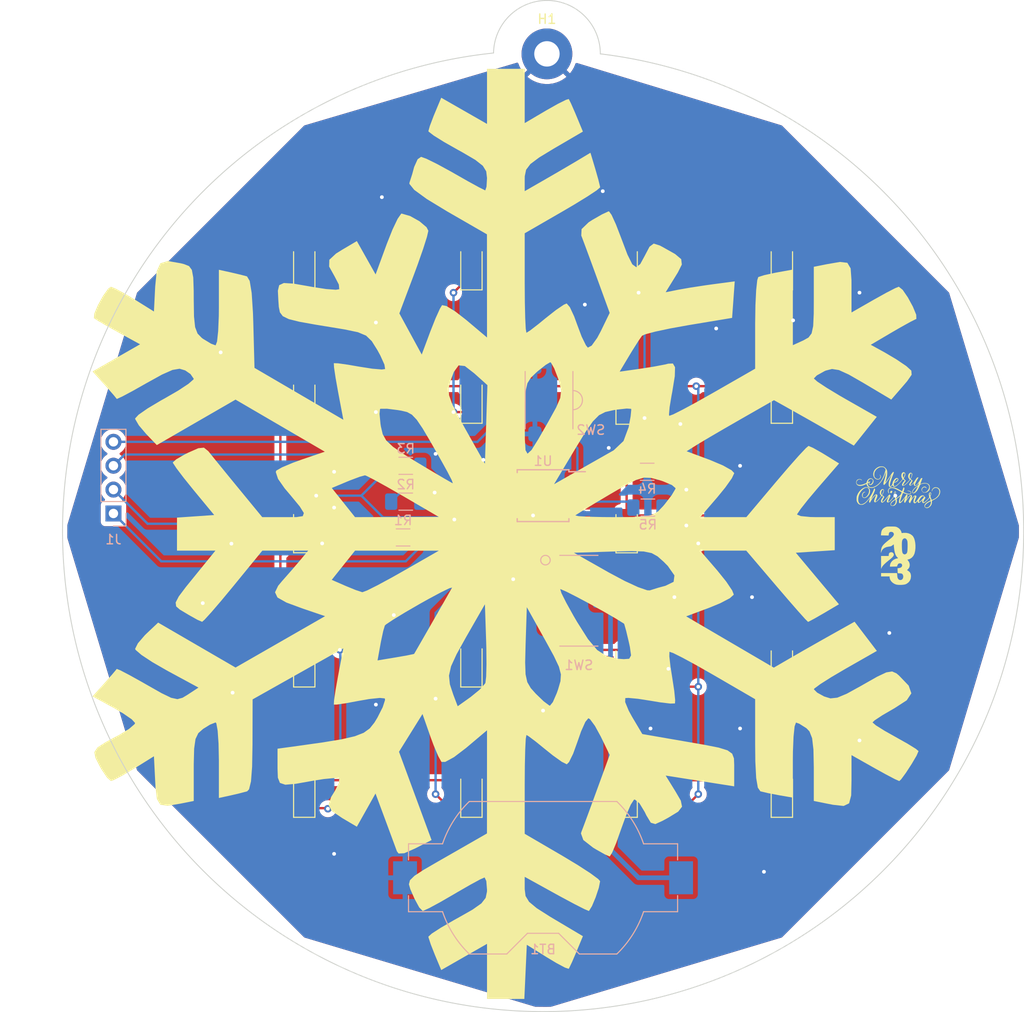
<source format=kicad_pcb>
(kicad_pcb (version 20211014) (generator pcbnew)
  (layers (0 "F.Cu" signal) (31 "B.Cu" signal) (34 "B.Paste" user) (35 "F.Paste" user) (36 "B.SilkS" user "B.Silkscreen") (37 "F.SilkS" user "F.Silkscreen") (38 "B.Mask" user) (39 "F.Mask" user) (44 "Edge.Cuts" user))
  (net 0 "")
  (net 1 "/3.3V")
  (net 2 "GND")
  (net 3 "Net-(D1-Pad1)")
  (net 4 "Net-(D1-Pad2)")
  (net 5 "Net-(D13-Pad2)")
  (net 6 "Net-(D11-Pad1)")
  (net 7 "Net-(D10-Pad2)")
  (net 8 "Net-(J1-Pad4)")
  (net 9 "Net-(J1-Pad3)")
  (net 10 "Net-(J1-Pad2)")
  (net 11 "Net-(J1-Pad1)")
  (net 12 "Net-(R4-Pad1)")
  (net 13 "Net-(R5-Pad1)")
  (net 14 "Net-(SW1-Pad1)")
  (footprint "Diode_SMD:D_1206_3216Metric_Pad1.42x1.75mm_HandSolder" (layer "F.Cu") (at 131.301304 111.76 90)
    (fp_text reference "D1" hide)
    (fp_text value "LED")
    (pad "1" smd roundrect (at -1.4875 0 90) (size 1.425 1.75) (layers "F.Cu" "F.Paste" "F.Mask") (roundrect_rratio 0.1754392982) (net 3 "Net-(D1-Pad1)"))
    (pad "2" smd roundrect (at 1.4875 0 90) (size 1.425 1.75) (layers "F.Cu" "F.Paste" "F.Mask") (roundrect_rratio 0.1754392982) (net 4 "Net-(D1-Pad2)"))
  )
  (footprint "Diode_SMD:D_1206_3216Metric_Pad1.42x1.75mm_HandSolder" (layer "F.Cu") (at 165.591304 111.76 90)
    (fp_text reference "D11" hide)
    (fp_text value "LED")
    (pad "1" smd roundrect (at -1.4875 0 90) (size 1.425 1.75) (layers "F.Cu" "F.Paste" "F.Mask") (roundrect_rratio 0.1754392982) (net 6 "Net-(D11-Pad1)"))
    (pad "2" smd roundrect (at 1.4875 0 90) (size 1.425 1.75) (layers "F.Cu" "F.Paste" "F.Mask") (roundrect_rratio 0.1754392982) (net 4 "Net-(D1-Pad2)"))
  )
  (footprint "Diode_SMD:D_1206_3216Metric_Pad1.42x1.75mm_HandSolder" (layer "F.Cu") (at 131.301304 55.6625 90)
    (fp_text reference "D5" hide)
    (fp_text value "LED")
    (pad "1" smd roundrect (at -1.4875 0 90) (size 1.425 1.75) (layers "F.Cu" "F.Paste" "F.Mask") (roundrect_rratio 0.1754392982) (net 4 "Net-(D1-Pad2)"))
    (pad "2" smd roundrect (at 1.4875 0 90) (size 1.425 1.75) (layers "F.Cu" "F.Paste" "F.Mask") (roundrect_rratio 0.1754392982) (net 7 "Net-(D10-Pad2)"))
  )
  (footprint "Diode_SMD:D_1206_3216Metric_Pad1.42x1.75mm_HandSolder" (layer "F.Cu") (at 165.591304 98.12 90)
    (fp_text reference "D12" hide)
    (fp_text value "LED")
    (pad "1" smd roundrect (at -1.4875 0 90) (size 1.425 1.75) (layers "F.Cu" "F.Paste" "F.Mask") (roundrect_rratio 0.1754392982) (net 6 "Net-(D11-Pad1)"))
    (pad "2" smd roundrect (at 1.4875 0 90) (size 1.425 1.75) (layers "F.Cu" "F.Paste" "F.Mask") (roundrect_rratio 0.1754392982) (net 3 "Net-(D1-Pad1)"))
  )
  (footprint "Diode_SMD:D_1206_3216Metric_Pad1.42x1.75mm_HandSolder" (layer "F.Cu") (at 149.081304 111.76 90)
    (fp_text reference "D6" hide)
    (fp_text value "LED")
    (pad "1" smd roundrect (at -1.4875 0 90) (size 1.425 1.75) (layers "F.Cu" "F.Paste" "F.Mask") (roundrect_rratio 0.1754392982) (net 5 "Net-(D13-Pad2)"))
    (pad "2" smd roundrect (at 1.4875 0 90) (size 1.425 1.75) (layers "F.Cu" "F.Paste" "F.Mask") (roundrect_rratio 0.1754392982) (net 4 "Net-(D1-Pad2)"))
  )
  (footprint "Diode_SMD:D_1206_3216Metric_Pad1.42x1.75mm_HandSolder" (layer "F.Cu") (at 182.101304 98.12 90)
    (fp_text reference "D17" hide)
    (fp_text value "LED")
    (pad "1" smd roundrect (at -1.4875 0 90) (size 1.425 1.75) (layers "F.Cu" "F.Paste" "F.Mask") (roundrect_rratio 0.1754392982) (net 7 "Net-(D10-Pad2)"))
    (pad "2" smd roundrect (at 1.4875 0 90) (size 1.425 1.75) (layers "F.Cu" "F.Paste" "F.Mask") (roundrect_rratio 0.1754392982) (net 3 "Net-(D1-Pad1)"))
  )
  (footprint "Diode_SMD:D_1206_3216Metric_Pad1.42x1.75mm_HandSolder" (layer "F.Cu") (at 165.591304 55.6625 90)
    (fp_text reference "D15" hide)
    (fp_text value "LED")
    (pad "1" smd roundrect (at -1.4875 0 90) (size 1.425 1.75) (layers "F.Cu" "F.Paste" "F.Mask") (roundrect_rratio 0.1754392982) (net 5 "Net-(D13-Pad2)"))
    (pad "2" smd roundrect (at 1.4875 0 90) (size 1.425 1.75) (layers "F.Cu" "F.Paste" "F.Mask") (roundrect_rratio 0.1754392982) (net 7 "Net-(D10-Pad2)"))
  )
  (footprint "Diode_SMD:D_1206_3216Metric_Pad1.42x1.75mm_HandSolder" (layer "F.Cu") (at 182.101304 111.76 90)
    (fp_text reference "D16" hide)
    (fp_text value "LED")
    (pad "1" smd roundrect (at -1.4875 0 90) (size 1.425 1.75) (layers "F.Cu" "F.Paste" "F.Mask") (roundrect_rratio 0.1754392982) (net 7 "Net-(D10-Pad2)"))
    (pad "2" smd roundrect (at 1.4875 0 90) (size 1.425 1.75) (layers "F.Cu" "F.Paste" "F.Mask") (roundrect_rratio 0.1754392982) (net 4 "Net-(D1-Pad2)"))
  )
  (footprint "graphics:2023" (layer "F.Cu") (at 194.31 86.36)
    (fp_text reference "G***" (at -10.795 -1.905) (layer "F.SilkS") (effects (font (size 1.524 1.524) (thickness 0.3))))
    (fp_text value "LOGO" hide)
  )
  (footprint "Diode_SMD:D_1206_3216Metric_Pad1.42x1.75mm_HandSolder" (layer "F.Cu") (at 182.101304 83.8375 90)
    (fp_text reference "D18" (at 0 -1.82 90) (layer "F.SilkS"))
    (fp_text value "LED")
    (pad "1" smd roundrect (at -1.4875 0 90) (size 1.425 1.75) (layers "F.Cu" "F.Paste" "F.Mask") (roundrect_rratio 0.1754392982) (net 7 "Net-(D10-Pad2)"))
    (pad "2" smd roundrect (at 1.4875 0 90) (size 1.425 1.75) (layers "F.Cu" "F.Paste" "F.Mask") (roundrect_rratio 0.1754392982) (net 5 "Net-(D13-Pad2)"))
  )
  (footprint "Diode_SMD:D_1206_3216Metric_Pad1.42x1.75mm_HandSolder" (layer "F.Cu") (at 149.081304 55.6625 90)
    (fp_text reference "D10" hide)
    (fp_text value "LED")
    (pad "1" smd roundrect (at -1.4875 0 90) (size 1.425 1.75) (layers "F.Cu" "F.Paste" "F.Mask") (roundrect_rratio 0.1754392982) (net 3 "Net-(D1-Pad1)"))
    (pad "2" smd roundrect (at 1.4875 0 90) (size 1.425 1.75) (layers "F.Cu" "F.Paste" "F.Mask") (roundrect_rratio 0.1754392982) (net 7 "Net-(D10-Pad2)"))
  )
  (footprint "MountingHole:MountingHole_2.7mm_Pad" (layer "F.Cu") (at 157.113489 33.02)
    (fp_text reference "H1" (at 0 -3.7) (layer "F.SilkS"))
    (fp_text value "MountingHole_Pad")
    (pad "1" thru_hole circle (at 0 0) (size 5.4 5.4) (drill 2.7) (layers *.Cu *.Mask) (net 2 "GND"))
  )
  (footprint "graphics:Merry" (layer "F.Cu") (at 194.31 78.74)
    (fp_text reference "G***" hide)
    (fp_text value "LOGO" hide)
  )
  (footprint "Diode_SMD:D_1206_3216Metric_Pad1.42x1.75mm_HandSolder" (layer "F.Cu") (at 149.081304 69.85 90)
    (fp_text reference "D9" hide)
    (fp_text value "LED")
    (pad "1" smd roundrect (at -1.4875 0 90) (size 1.425 1.75) (layers "F.Cu" "F.Paste" "F.Mask") (roundrect_rratio 0.1754392982) (net 3 "Net-(D1-Pad1)"))
    (pad "2" smd roundrect (at 1.4875 0 90) (size 1.425 1.75) (layers "F.Cu" "F.Paste" "F.Mask") (roundrect_rratio 0.1754392982) (net 6 "Net-(D11-Pad1)"))
  )
  (footprint "Diode_SMD:D_1206_3216Metric_Pad1.42x1.75mm_HandSolder" (layer "F.Cu") (at 182.101304 55.6625 90)
    (fp_text reference "D20" hide)
    (fp_text value "LED")
    (pad "1" smd roundrect (at -1.4875 0 90) (size 1.425 1.75) (layers "F.Cu" "F.Paste" "F.Mask") (roundrect_rratio 0.1754392982) (net 6 "Net-(D11-Pad1)"))
    (pad "2" smd roundrect (at 1.4875 0 90) (size 1.425 1.75) (layers "F.Cu" "F.Paste" "F.Mask") (roundrect_rratio 0.1754392982) (net 7 "Net-(D10-Pad2)"))
  )
  (footprint "graphics:snowflake1" (layer "F.Cu") (at 154.305 83.185)
    (fp_text reference "G***" hide)
    (fp_text value "LOGO" hide)
  )
  (footprint "Diode_SMD:D_1206_3216Metric_Pad1.42x1.75mm_HandSolder" (layer "F.Cu") (at 182.101304 69.85 90)
    (fp_text reference "D19" hide)
    (fp_text value "LED")
    (pad "1" smd roundrect (at -1.4875 0 90) (size 1.425 1.75) (layers "F.Cu" "F.Paste" "F.Mask") (roundrect_rratio 0.1754392982) (net 7 "Net-(D10-Pad2)"))
    (pad "2" smd roundrect (at 1.4875 0 90) (size 1.425 1.75) (layers "F.Cu" "F.Paste" "F.Mask") (roundrect_rratio 0.1754392982) (net 6 "Net-(D11-Pad1)"))
  )
  (footprint "Diode_SMD:D_1206_3216Metric_Pad1.42x1.75mm_HandSolder" (layer "F.Cu") (at 165.591304 69.955 90)
    (fp_text reference "D14" hide)
    (fp_text value "LED")
    (pad "1" smd roundrect (at -1.4875 0 90) (size 1.425 1.75) (layers "F.Cu" "F.Paste" "F.Mask") (roundrect_rratio 0.1754392982) (net 5 "Net-(D13-Pad2)"))
    (pad "2" smd roundrect (at 1.4875 0 90) (size 1.425 1.75) (layers "F.Cu" "F.Paste" "F.Mask") (roundrect_rratio 0.1754392982) (net 6 "Net-(D11-Pad1)"))
  )
  (footprint "Diode_SMD:D_1206_3216Metric_Pad1.42x1.75mm_HandSolder" (layer "F.Cu") (at 165.591304 83.6275 90)
    (fp_text reference "D13" hide)
    (fp_text value "LED")
    (pad "1" smd roundrect (at -1.4875 0 90) (size 1.425 1.75) (layers "F.Cu" "F.Paste" "F.Mask") (roundrect_rratio 0.1754392982) (net 6 "Net-(D11-Pad1)"))
    (pad "2" smd roundrect (at 1.4875 0 90) (size 1.425 1.75) (layers "F.Cu" "F.Paste" "F.Mask") (roundrect_rratio 0.1754392982) (net 5 "Net-(D13-Pad2)"))
  )
  (footprint "Diode_SMD:D_1206_3216Metric_Pad1.42x1.75mm_HandSolder" (layer "F.Cu") (at 131.301304 83.62 90)
    (fp_text reference "D3" hide)
    (fp_text value "LED")
    (pad "1" smd roundrect (at -1.4875 0 90) (size 1.425 1.75) (layers "F.Cu" "F.Paste" "F.Mask") (roundrect_rratio 0.1754392982) (net 4 "Net-(D1-Pad2)"))
    (pad "2" smd roundrect (at 1.4875 0 90) (size 1.425 1.75) (layers "F.Cu" "F.Paste" "F.Mask") (roundrect_rratio 0.1754392982) (net 5 "Net-(D13-Pad2)"))
  )
  (footprint "Diode_SMD:D_1206_3216Metric_Pad1.42x1.75mm_HandSolder" (layer "F.Cu") (at 131.301304 97.9025 90)
    (fp_text reference "D2" hide)
    (fp_text value "LED")
    (pad "1" smd roundrect (at -1.4875 0 90) (size 1.425 1.75) (layers "F.Cu" "F.Paste" "F.Mask") (roundrect_rratio 0.1754392982) (net 4 "Net-(D1-Pad2)"))
    (pad "2" smd roundrect (at 1.4875 0 90) (size 1.425 1.75) (layers "F.Cu" "F.Paste" "F.Mask") (roundrect_rratio 0.1754392982) (net 3 "Net-(D1-Pad1)"))
  )
  (footprint "Diode_SMD:D_1206_3216Metric_Pad1.42x1.75mm_HandSolder" (layer "F.Cu") (at 149.081304 97.9025 90)
    (fp_text reference "D7" hide)
    (fp_text value "LED")
    (pad "1" smd roundrect (at -1.4875 0 90) (size 1.425 1.75) (layers "F.Cu" "F.Paste" "F.Mask") (roundrect_rratio 0.1754392982) (net 5 "Net-(D13-Pad2)"))
    (pad "2" smd roundrect (at 1.4875 0 90) (size 1.425 1.75) (layers "F.Cu" "F.Paste" "F.Mask") (roundrect_rratio 0.1754392982) (net 3 "Net-(D1-Pad1)"))
  )
  (footprint "Diode_SMD:D_1206_3216Metric_Pad1.42x1.75mm_HandSolder" (layer "F.Cu") (at 149.081304 83.6025 90)
    (fp_text reference "D8" hide)
    (fp_text value "LED")
    (pad "1" smd roundrect (at -1.4875 0 90) (size 1.425 1.75) (layers "F.Cu" "F.Paste" "F.Mask") (roundrect_rratio 0.1754392982) (net 3 "Net-(D1-Pad1)"))
    (pad "2" smd roundrect (at 1.4875 0 90) (size 1.425 1.75) (layers "F.Cu" "F.Paste" "F.Mask") (roundrect_rratio 0.1754392982) (net 5 "Net-(D13-Pad2)"))
  )
  (footprint "Diode_SMD:D_1206_3216Metric_Pad1.42x1.75mm_HandSolder" (layer "F.Cu") (at 131.301304 69.85 90)
    (fp_text reference "D4" hide)
    (fp_text value "LED")
    (pad "1" smd roundrect (at -1.4875 0 90) (size 1.425 1.75) (layers "F.Cu" "F.Paste" "F.Mask") (roundrect_rratio 0.1754392982) (net 4 "Net-(D1-Pad2)"))
    (pad "2" smd roundrect (at 1.4875 0 90) (size 1.425 1.75) (layers "F.Cu" "F.Paste" "F.Mask") (roundrect_rratio 0.1754392982) (net 6 "Net-(D11-Pad1)"))
  )
  (footprint "Resistor_SMD:R_1206_3216Metric_Pad1.30x1.75mm_HandSolder" (layer "B.Cu") (at 142.096304 76.835 180)
    (fp_text reference "R3" (at 0 1.82) (layer "B.SilkS") (effects (justify mirror)))
    (fp_text value "100")
    (pad "1" smd roundrect (at -1.55 0 180) (size 1.3 1.75) (layers "B.Cu" "B.Paste" "B.Mask") (roundrect_rratio 0.1923076923) (net 9 "Net-(J1-Pad3)"))
    (pad "2" smd roundrect (at 1.55 0 180) (size 1.3 1.75) (layers "B.Cu" "B.Paste" "B.Mask") (roundrect_rratio 0.1923076923) (net 5 "Net-(D13-Pad2)"))
  )
  (footprint "Resistor_SMD:R_1206_3216Metric_Pad1.30x1.75mm_HandSolder" (layer "B.Cu") (at 167.776304 77.47)
    (fp_text reference "R4" (at 0 1.82) (layer "B.SilkS") (effects (justify mirror)))
    (fp_text value "100")
    (pad "1" smd roundrect (at -1.55 0) (size 1.3 1.75) (layers "B.Cu" "B.Paste" "B.Mask") (roundrect_rratio 0.1923076923) (net 12 "Net-(R4-Pad1)"))
    (pad "2" smd roundrect (at 1.55 0) (size 1.3 1.75) (layers "B.Cu" "B.Paste" "B.Mask") (roundrect_rratio 0.1923076923) (net 6 "Net-(D11-Pad1)"))
  )
  (footprint "Resistor_SMD:R_1206_3216Metric_Pad1.30x1.75mm_HandSolder" (layer "B.Cu") (at 167.851304 81.28)
    (fp_text reference "R5" (at 0 1.82) (layer "B.SilkS") (effects (justify mirror)))
    (fp_text value "100")
    (pad "1" smd roundrect (at -1.55 0) (size 1.3 1.75) (layers "B.Cu" "B.Paste" "B.Mask") (roundrect_rratio 0.1923076923) (net 13 "Net-(R5-Pad1)"))
    (pad "2" smd roundrect (at 1.55 0) (size 1.3 1.75) (layers "B.Cu" "B.Paste" "B.Mask") (roundrect_rratio 0.1923076923) (net 7 "Net-(D10-Pad2)"))
  )
  (footprint "Battery:BatteryHolder_Keystone_1058_1x2032" (layer "B.Cu") (at 156.701304 120.65 180)
    (fp_text reference "BT1" (at 0 -7.62) (layer "B.SilkS") (effects (justify mirror)))
    (fp_text value "Battery_Cell")
    (pad "1" smd rect (at -14.68 0 180) (size 2.54 3.51) (layers "B.Cu" "B.Paste" "B.Mask") (net 1 "/3.3V"))
    (pad "2" smd rect (at 14.68 0 180) (size 2.54 3.51) (layers "B.Cu" "B.Paste" "B.Mask") (net 2 "GND"))
  )
  (footprint "Ornament:JS102011SCQN__Switch" (layer "B.Cu") (at 160.511304 91.44 180)
    (fp_text reference "SW1" (at 0 -6.604 unlocked) (layer "B.SilkS") (effects (justify mirror)))
    (fp_text value "SW_DIP_x01")
    (pad "1" smd roundrect (at 2.75 2.5 90) (size 1 2.5) (layers "B.Cu" "B.Paste" "B.Mask") (net 14 "Net-(SW1-Pad1)"))
    (pad "2" smd roundrect (at -2.75 0 90) (size 1 2.5) (layers "B.Cu" "B.Paste" "B.Mask") (net 1 "/3.3V"))
    (pad "3" smd roundrect (at 2.75 -2.5 90) (size 1 2.5) (layers "B.Cu" "B.Paste" "B.Mask"))
  )
  (footprint "Ornament:TL3305AF160QG_Push_Button" (layer "B.Cu") (at 157.336304 69.85 180)
    (fp_text reference "SW2" (at -4.445 -3.175 unlocked) (layer "B.SilkS") (effects (justify mirror)))
    (fp_text value "SW_Push")
    (pad "1" smd roundrect (at -1.5 3.6 180) (size 1.4 1.6) (layers "B.Cu" "B.Paste" "B.Mask") (net 8 "Net-(J1-Pad4)"))
    (pad "1" smd roundrect (at -1.5 -3.6 180) (size 1.4 1.6) (layers "B.Cu" "B.Paste" "B.Mask") (net 8 "Net-(J1-Pad4)"))
    (pad "2" smd roundrect (at 1.5 3.6 180) (size 1.4 1.6) (layers "B.Cu" "B.Paste" "B.Mask") (net 2 "GND"))
    (pad "2" smd roundrect (at 1.5 -3.6) (size 1.4 1.6) (layers "B.Cu" "B.Paste" "B.Mask") (net 2 "GND"))
  )
  (footprint "Resistor_SMD:R_1206_3216Metric_Pad1.30x1.75mm_HandSolder" (layer "B.Cu") (at 142.096304 80.645 180)
    (fp_text reference "R2" (at 0 1.82) (layer "B.SilkS") (effects (justify mirror)))
    (fp_text value "100")
    (pad "1" smd roundrect (at -1.55 0 180) (size 1.3 1.75) (layers "B.Cu" "B.Paste" "B.Mask") (roundrect_rratio 0.1923076923) (net 10 "Net-(J1-Pad2)"))
    (pad "2" smd roundrect (at 1.55 0 180) (size 1.3 1.75) (layers "B.Cu" "B.Paste" "B.Mask") (roundrect_rratio 0.1923076923) (net 3 "Net-(D1-Pad1)"))
  )
  (footprint "Connector_PinSocket_2.54mm:PinSocket_1x04_P2.54mm_Vertical" (layer "B.Cu") (at 111.006304 81.905)
    (fp_text reference "J1" (at 0 2.77) (layer "B.SilkS") (effects (justify mirror)))
    (fp_text value "Conn_01x04")
    (pad "1" thru_hole rect (at 0 0) (size 1.7 1.7) (drill 1) (layers *.Cu *.Mask) (net 11 "Net-(J1-Pad1)"))
    (pad "2" thru_hole oval (at 0 -2.54) (size 1.7 1.7) (drill 1) (layers *.Cu *.Mask) (net 10 "Net-(J1-Pad2)"))
    (pad "3" thru_hole oval (at 0 -5.08) (size 1.7 1.7) (drill 1) (layers *.Cu *.Mask) (net 9 "Net-(J1-Pad3)"))
    (pad "4" thru_hole oval (at 0 -7.62) (size 1.7 1.7) (drill 1) (layers *.Cu *.Mask) (net 8 "Net-(J1-Pad4)"))
  )
  (footprint "Resistor_SMD:R_1206_3216Metric_Pad1.30x1.75mm_HandSolder" (layer "B.Cu") (at 141.816304 84.455 180)
    (fp_text reference "R1" (at 0 1.82) (layer "B.SilkS") (effects (justify mirror)))
    (fp_text value "100")
    (pad "1" smd roundrect (at -1.55 0 180) (size 1.3 1.75) (layers "B.Cu" "B.Paste" "B.Mask") (roundrect_rratio 0.1923076923) (net 11 "Net-(J1-Pad1)"))
    (pad "2" smd roundrect (at 1.55 0 180) (size 1.3 1.75) (layers "B.Cu" "B.Paste" "B.Mask") (roundrect_rratio 0.1923076923) (net 4 "Net-(D1-Pad2)"))
  )
  (footprint "Package_SO:SOIC-8W_5.3x5.3mm_P1.27mm" (layer "B.Cu") (at 156.701304 80.01 180)
    (fp_text reference "U1" (at 0 3.68) (layer "B.SilkS") (effects (justify mirror)))
    (fp_text value "ATtiny85-20S")
    (pad "1" smd rect (at -3.65 1.905 180) (size 1.7 0.65) (layers "B.Cu" "B.Paste" "B.Mask") (net 8 "Net-(J1-Pad4)"))
    (pad "2" smd rect (at -3.65 0.635 180) (size 1.7 0.65) (layers "B.Cu" "B.Paste" "B.Mask") (net 12 "Net-(R4-Pad1)"))
    (pad "3" smd rect (at -3.65 -0.635 180) (size 1.7 0.65) (layers "B.Cu" "B.Paste" "B.Mask") (net 13 "Net-(R5-Pad1)"))
    (pad "4" smd rect (at -3.65 -1.905 180) (size 1.7 0.65) (layers "B.Cu" "B.Paste" "B.Mask") (net 2 "GND"))
    (pad "5" smd rect (at 3.65 -1.905 180) (size 1.7 0.65) (layers "B.Cu" "B.Paste" "B.Mask") (net 11 "Net-(J1-Pad1)"))
    (pad "6" smd rect (at 3.65 -0.635 180) (size 1.7 0.65) (layers "B.Cu" "B.Paste" "B.Mask") (net 10 "Net-(J1-Pad2)"))
    (pad "7" smd rect (at 3.65 0.635 180) (size 1.7 0.65) (layers "B.Cu" "B.Paste" "B.Mask") (net 9 "Net-(J1-Pad3)"))
    (pad "8" smd rect (at 3.65 1.905 180) (size 1.7 0.65) (layers "B.Cu" "B.Paste" "B.Mask") (net 14 "Net-(SW1-Pad1)"))
  )
  (gr_arc (start 162.793101 33.02) (mid 156.297909 134.884495) (end 151.434605 32.929058) (layer "Edge.Cuts") (width 0.1))
  (gr_arc (start 151.434605 32.929058) (mid 157.15897 27.340561) (end 162.793101 33.02) (layer "Edge.Cuts") (width 0.1))
  (segment (start 171.381304 120.65) (end 166.861304 120.65) (width 0.5) (layer "B.Cu") (net 1))
  (segment (start 163.876304 117.665) (end 163.876304 91.44) (width 0.5) (layer "B.Cu") (net 1))
  (segment (start 166.861304 120.65) (end 163.876304 117.665) (width 0.5) (layer "B.Cu") (net 1))
  (via (at 183.295104 61.3664) (size 0.8) (drill 0.4) (layers "F.Cu" "B.Cu") (net 2))
  (via (at 180.196304 120.015) (size 0.8) (drill 0.4) (layers "F.Cu" "B.Cu") (net 2))
  (via (at 123.554304 85.1154) (size 0.8) (drill 0.4) (layers "F.Cu" "B.Cu") (net 2))
  (via (at 150.351304 76.2) (size 0.8) (drill 0.4) (layers "F.Cu" "B.Cu") (net 2))
  (via (at 168.131304 104.775) (size 0.8) (drill 0.4) (layers "F.Cu" "B.Cu") (net 2))
  (via (at 177.656304 104.775) (size 0.8) (drill 0.4) (layers "F.Cu" "B.Cu") (net 2))
  (via (at 163.051304 47.625) (size 0.8) (drill 0.4) (layers "F.Cu" "B.Cu") (net 2))
  (via (at 138.921304 61.595) (size 0.8) (drill 0.4) (layers "F.Cu" "B.Cu") (net 2))
  (via (at 138.921304 71.12) (size 0.8) (drill 0.4) (layers "F.Cu" "B.Cu") (net 2))
  (via (at 123.681304 100.965) (size 0.8) (drill 0.4) (layers "F.Cu" "B.Cu") (net 2))
  (via (at 161.146304 59.69) (size 0.8) (drill 0.4) (layers "F.Cu" "B.Cu") (net 2))
  (via (at 190.356304 58.42) (size 0.8) (drill 0.4) (layers "F.Cu" "B.Cu") (net 2))
  (via (at 134.476304 118.11) (size 0.8) (drill 0.4) (layers "F.Cu" "B.Cu") (net 2))
  (via (at 193.531304 94.615) (size 0.8) (drill 0.4) (layers "F.Cu" "B.Cu") (net 2))
  (via (at 145.271304 75.565) (size 0.8) (drill 0.4) (layers "F.Cu" "B.Cu") (net 2))
  (via (at 175.116304 62.23) (size 0.8) (drill 0.4) (layers "F.Cu" "B.Cu") (net 2))
  (via (at 122.411304 64.77) (size 0.8) (drill 0.4) (layers "F.Cu" "B.Cu") (net 2))
  (via (at 134.476304 81.28) (size 0.8) (drill 0.4) (layers "F.Cu" "B.Cu") (net 2))
  (via (at 178.926304 90.805) (size 0.8) (drill 0.4) (layers "F.Cu" "B.Cu") (net 2))
  (via (at 194.166304 80.01) (size 0.8) (drill 0.4) (layers "F.Cu" "B.Cu") (net 2))
  (via (at 170.036304 98.425) (size 0.8) (drill 0.4) (layers "F.Cu" "B.Cu") (net 2))
  (via (at 134.476304 77.47) (size 0.8) (drill 0.4) (layers "F.Cu" "B.Cu") (net 2))
  (via (at 171.941304 79.375) (size 0.8) (drill 0.4) (layers "F.Cu" "B.Cu") (net 2))
  (via (at 120.506304 91.44) (size 0.8) (drill 0.4) (layers "F.Cu" "B.Cu") (net 2))
  (via (at 156.701304 102.87) (size 0.8) (drill 0.4) (layers "F.Cu" "B.Cu") (net 2))
  (via (at 177.656304 76.835) (size 0.8) (drill 0.4) (layers "F.Cu" "B.Cu") (net 2))
  (via (at 170.671304 90.805) (size 0.8) (drill 0.4) (layers "F.Cu" "B.Cu") (net 2))
  (via (at 153.526304 88.9) (size 0.8) (drill 0.4) (layers "F.Cu" "B.Cu") (net 2))
  (via (at 139.556304 48.26) (size 0.8) (drill 0.4) (layers "F.Cu" "B.Cu") (net 2))
  (via (at 138.921304 102.235) (size 0.8) (drill 0.4) (layers "F.Cu" "B.Cu") (net 2))
  (via (at 140.826304 92.71) (size 0.8) (drill 0.4) (layers "F.Cu" "B.Cu") (net 2))
  (via (at 171.306304 72.39) (size 0.8) (drill 0.4) (layers "F.Cu" "B.Cu") (net 2))
  (via (at 163.686304 74.93) (size 0.8) (drill 0.4) (layers "F.Cu" "B.Cu") (net 2))
  (via (at 190.356304 106.045) (size 0.8) (drill 0.4) (layers "F.Cu" "B.Cu") (net 2))
  (segment (start 156.701304 120.65) (end 160.351304 117) (width 0.25) (layer "B.Cu") (net 2))
  (segment (start 155.851304 66.005) (end 155.851304 71.155) (width 0.25) (layer "B.Cu") (net 2))
  (segment (start 160.351304 117) (end 160.351304 81.915) (width 0.25) (layer "B.Cu") (net 2))
  (segment (start 142.021304 120.65) (end 156.701304 120.65) (width 0.25) (layer "B.Cu") (net 2))
  (segment (start 159.876304 81.915) (end 155.851304 77.89) (width 0.25) (layer "B.Cu") (net 2))
  (segment (start 160.351304 81.915) (end 159.876304 81.915) (width 0.25) (layer "B.Cu") (net 2))
  (segment (start 155.851304 77.89) (end 155.851304 71.155) (width 0.25) (layer "B.Cu") (net 2))
  (segment (start 149.081304 85.09) (end 147.811304 85.09) (width 0.25) (layer "F.Cu") (net 3))
  (segment (start 149.081304 57.15) (end 148.446304 57.15) (width 0.25) (layer "F.Cu") (net 3))
  (segment (start 147.176304 71.12) (end 148.863804 71.12) (width 0.25) (layer "F.Cu") (net 3))
  (segment (start 131.301304 113.2475) (end 133.754004 113.2475) (width 0.25) (layer "F.Cu") (net 3))
  (segment (start 133.754004 113.2475) (end 133.815904 113.3094) (width 0.25) (layer "F.Cu") (net 3))
  (segment (start 146.541304 71.755) (end 147.176304 71.12) (width 0.25) (layer "F.Cu") (net 3))
  (segment (start 146.541304 79.883) (end 146.338104 79.6798) (width 0.25) (layer "F.Cu") (net 3))
  (segment (start 149.081304 96.415) (end 135.089304 96.415) (width 0.25) (layer "F.Cu") (net 3))
  (segment (start 148.446304 57.15) (end 147.176304 58.42) (width 0.25) (layer "F.Cu") (net 3))
  (segment (start 146.541304 79.9338) (end 146.541304 79.4766) (width 0.25) (layer "F.Cu") (net 3))
  (segment (start 146.541304 83.82) (end 146.541304 79.9338) (width 0.25) (layer "F.Cu") (net 3))
  (segment (start 146.541304 79.9338) (end 146.541304 79.883) (width 0.25) (layer "F.Cu") (net 3))
  (segment (start 181.883804 96.415) (end 182.101304 96.6325) (width 0.25) (layer "F.Cu") (net 3))
  (segment (start 146.338104 79.6798) (end 146.541304 79.4766) (width 0.25) (layer "F.Cu") (net 3))
  (segment (start 149.081304 96.415) (end 149.081304 85.09) (width 0.25) (layer "F.Cu") (net 3))
  (segment (start 135.089304 96.415) (end 131.301304 96.415) (width 0.25) (layer "F.Cu") (net 3))
  (segment (start 147.811304 85.09) (end 146.541304 83.82) (width 0.25) (layer "F.Cu") (net 3))
  (segment (start 149.081304 96.415) (end 181.883804 96.415) (width 0.25) (layer "F.Cu") (net 3))
  (segment (start 148.863804 71.12) (end 149.081304 71.3375) (width 0.25) (layer "F.Cu") (net 3))
  (segment (start 145.169704 79.6798) (end 146.338104 79.6798) (width 0.25) (layer "F.Cu") (net 3))
  (segment (start 146.541304 79.4766) (end 146.541304 71.755) (width 0.25) (layer "F.Cu") (net 3))
  (via (at 147.176304 58.42) (size 0.8) (drill 0.4) (layers "F.Cu" "B.Cu") (net 3))
  (via (at 145.169704 79.6798) (size 0.8) (drill 0.4) (layers "F.Cu" "B.Cu") (net 3))
  (via (at 147.176304 71.12) (size 0.8) (drill 0.4) (layers "F.Cu" "B.Cu") (net 3))
  (via (at 135.089304 96.415) (size 0.8) (drill 0.4) (layers "F.Cu" "B.Cu") (net 3))
  (via (at 133.815904 113.3094) (size 0.8) (drill 0.4) (layers "F.Cu" "B.Cu") (net 3))
  (segment (start 135.136704 96.4624) (end 135.089304 96.415) (width 0.25) (layer "B.Cu") (net 3))
  (segment (start 135.136704 111.9886) (end 135.136704 96.4624) (width 0.25) (layer "B.Cu") (net 3))
  (segment (start 142.146504 79.0448) (end 144.814104 79.0448) (width 0.25) (layer "B.Cu") (net 3))
  (segment (start 140.546304 80.645) (end 142.146504 79.0448) (width 0.25) (layer "B.Cu") (net 3))
  (segment (start 144.814104 79.0448) (end 145.169704 79.4004) (width 0.25) (layer "B.Cu") (net 3))
  (segment (start 147.176304 58.42) (end 147.176304 71.12) (width 0.25) (layer "B.Cu") (net 3))
  (segment (start 145.169704 79.4004) (end 145.169704 79.6798) (width 0.25) (layer "B.Cu") (net 3))
  (segment (start 133.815904 113.3094) (end 135.136704 111.9886) (width 0.25) (layer "B.Cu") (net 3))
  (segment (start 130.013804 85.1075) (end 128.761304 86.36) (width 0.25) (layer "F.Cu") (net 4))
  (segment (start 129.813804 71.3375) (end 128.761304 72.39) (width 0.25) (layer "F.Cu") (net 4))
  (segment (start 131.301304 71.3375) (end 129.813804 71.3375) (width 0.25) (layer "F.Cu") (net 4))
  (segment (start 128.761304 72.39) (end 128.761304 59.69) (width 0.25) (layer "F.Cu") (net 4))
  (segment (start 128.761304 86.36) (end 128.761304 72.39) (width 0.25) (layer "F.Cu") (net 4))
  (segment (start 133.206304 85.09) (end 131.318804 85.09) (width 0.25) (layer "F.Cu") (net 4))
  (segment (start 128.761304 96.85) (end 128.761304 86.36) (width 0.25) (layer "F.Cu") (net 4))
  (segment (start 131.301304 99.39) (end 128.761304 96.85) (width 0.25) (layer "F.Cu") (net 4))
  (segment (start 131.301304 110.2725) (end 182.101304 110.2725) (width 0.25) (layer "F.Cu") (net 4))
  (segment (start 131.301304 85.1075) (end 130.013804 85.1075) (width 0.25) (layer "F.Cu") (net 4))
  (segment (start 131.318804 85.09) (end 131.301304 85.1075) (width 0.25) (layer "F.Cu") (net 4))
  (segment (start 131.301304 110.2725) (end 131.301304 99.39) (width 0.25) (layer "F.Cu") (net 4))
  (segment (start 128.761304 59.69) (end 131.301304 57.15) (width 0.25) (layer "F.Cu") (net 4))
  (via (at 133.206304 85.09) (size 0.8) (drill 0.4) (layers "F.Cu" "B.Cu") (net 4))
  (segment (start 140.266304 84.455) (end 139.631304 85.09) (width 0.25) (layer "B.Cu") (net 4))
  (segment (start 139.631304 85.09) (end 133.206304 85.09) (width 0.25) (layer "B.Cu") (net 4))
  (segment (start 147.481304 99.39) (end 149.081304 99.39) (width 0.25) (layer "F.Cu") (net 5))
  (segment (start 165.591304 82.14) (end 165.591304 71.4425) (width 0.25) (layer "F.Cu") (net 5))
  (segment (start 131.301304 81.28) (end 131.301304 82.1325) (width 0.25) (layer "F.Cu") (net 5))
  (segment (start 149.081304 113.2475) (end 146.758804 113.2475) (width 0.25) (layer "F.Cu") (net 5))
  (segment (start 165.903804 71.755) (end 165.591304 71.4425) (width 0.25) (layer "F.Cu") (net 5))
  (segment (start 167.496304 71.755) (end 165.903804 71.755) (width 0.25) (layer "F.Cu") (net 5))
  (segment (start 155.637704 82.115) (end 181.866304 82.115) (width 0.25) (layer "F.Cu") (net 5))
  (segment (start 165.591304 57.15) (end 166.861304 58.42) (width 0.25) (layer "F.Cu") (net 5))
  (segment (start 132.571304 80.01) (end 131.301304 81.28) (width 0.25) (layer "F.Cu") (net 5))
  (segment (start 148.646304 82.55) (end 149.081304 82.115) (width 0.25) (layer "F.Cu") (net 5))
  (segment (start 149.081304 82.115) (end 155.637704 82.115) (width 0.25) (layer "F.Cu") (net 5))
  (segment (start 181.866304 82.115) (end 182.101304 82.35) (width 0.25) (layer "F.Cu") (net 5))
  (segment (start 131.318804 82.115) (end 131.301304 82.1325) (width 0.25) (layer "F.Cu") (net 5))
  (segment (start 147.265804 82.55) (end 148.646304 82.55) (width 0.25) (layer "F.Cu") (net 5))
  (segment (start 145.271304 101.6) (end 147.481304 99.39) (width 0.25) (layer "F.Cu") (net 5))
  (segment (start 146.758804 113.2475) (end 145.271304 111.76) (width 0.25) (layer "F.Cu") (net 5))
  (via (at 145.271304 111.76) (size 0.8) (drill 0.4) (layers "F.Cu" "B.Cu") (net 5))
  (via (at 155.637704 82.115) (size 0.8) (drill 0.4) (layers "F.Cu" "B.Cu") (net 5))
  (via (at 167.496304 71.755) (size 0.8) (drill 0.4) (layers "F.Cu" "B.Cu") (net 5))
  (via (at 132.571304 80.01) (size 0.8) (drill 0.4) (layers "F.Cu" "B.Cu") (net 5))
  (via (at 166.861304 58.42) (size 0.8) (drill 0.4) (layers "F.Cu" "B.Cu") (net 5))
  (via (at 145.271304 101.6) (size 0.8) (drill 0.4) (layers "F.Cu" "B.Cu") (net 5))
  (via (at 147.265804 82.55) (size 0.8) (drill 0.4) (layers "F.Cu" "B.Cu") (net 5))
  (segment (start 139.682704 82.3214) (end 137.371304 80.01) (width 0.25) (layer "B.Cu") (net 5))
  (segment (start 137.371304 80.01) (end 135.746304 80.01) (width 0.25) (layer "B.Cu") (net 5))
  (segment (start 140.546304 76.835) (end 137.371304 80.01) (width 0.25) (layer "B.Cu") (net 5))
  (segment (start 145.271304 101.6) (end 145.271304 92.4814) (width 0.25) (layer "B.Cu") (net 5))
  (segment (start 167.496304 59.055) (end 167.496304 71.755) (width 0.25) (layer "B.Cu") (net 5))
  (segment (start 146.795304 82.55) (end 146.566704 82.3214) (width 0.25) (layer "B.Cu") (net 5))
  (segment (start 145.271304 92.4814) (end 155.637704 82.115) (width 0.25) (layer "B.Cu") (net 5))
  (segment (start 147.265804 82.55) (end 146.795304 82.55) (width 0.25) (layer "B.Cu") (net 5))
  (segment (start 166.861304 58.42) (end 167.496304 59.055) (width 0.25) (layer "B.Cu") (net 5))
  (segment (start 145.271304 111.76) (end 145.271304 101.6) (width 0.25) (layer "B.Cu") (net 5))
  (segment (start 146.566704 82.3214) (end 139.682704 82.3214) (width 0.25) (layer "B.Cu") (net 5))
  (segment (start 135.746304 80.01) (end 132.571304 80.01) (width 0.25) (layer "B.Cu") (net 5))
  (segment (start 131.301304 68.3625) (end 172.993804 68.3625) (width 0.25) (layer "F.Cu") (net 6))
  (segment (start 172.993804 68.3625) (end 182.101304 68.3625) (width 0.25) (layer "F.Cu") (net 6))
  (segment (start 173.211304 100.33) (end 166.313804 100.33) (width 0.25) (layer "F.Cu") (net 6))
  (segment (start 166.313804 100.33) (end 165.591304 99.6075) (width 0.25) (layer "F.Cu") (net 6))
  (segment (start 173.211304 85.09) (end 165.616304 85.09) (width 0.25) (layer "F.Cu") (net 6))
  (segment (start 165.591304 113.2475) (end 171.723804 113.2475) (width 0.25) (layer "F.Cu") (net 6))
  (segment (start 165.616304 85.09) (end 165.591304 85.115) (width 0.25) (layer "F.Cu") (net 6))
  (segment (start 171.723804 113.2475) (end 173.211304 111.76) (width 0.25) (layer "F.Cu") (net 6))
  (segment (start 182.101304 68.3625) (end 182.101304 57.15) (width 0.25) (layer "F.Cu") (net 6))
  (via (at 173.211304 100.33) (size 0.8) (drill 0.4) (layers "F.Cu" "B.Cu") (net 6))
  (via (at 172.993804 68.3625) (size 0.8) (drill 0.4) (layers "F.Cu" "B.Cu") (net 6))
  (via (at 173.211304 85.09) (size 0.8) (drill 0.4) (layers "F.Cu" "B.Cu") (net 6))
  (via (at 173.211304 111.76) (size 0.8) (drill 0.4) (layers "F.Cu" "B.Cu") (net 6))
  (segment (start 169.326304 77.47) (end 173.211304 77.47) (width 0.25) (layer "B.Cu") (net 6))
  (segment (start 173.211304 85.09) (end 173.211304 77.47) (width 0.25) (layer "B.Cu") (net 6))
  (segment (start 173.211304 68.58) (end 172.993804 68.3625) (width 0.25) (layer "B.Cu") (net 6))
  (segment (start 173.211304 85.725) (end 173.211304 85.09) (width 0.25) (layer "B.Cu") (net 6))
  (segment (start 173.211304 77.47) (end 173.211304 68.58) (width 0.25) (layer "B.Cu") (net 6))
  (segment (start 173.211304 111.76) (end 173.211304 100.33) (width 0.25) (layer "B.Cu") (net 6))
  (segment (start 173.211304 100.33) (end 173.211304 85.725) (width 0.25) (layer "B.Cu") (net 6))
  (segment (start 184.641304 83.82) (end 184.641304 68.58) (width 0.25) (layer "F.Cu") (net 7))
  (segment (start 182.101304 99.6075) (end 182.648804 99.06) (width 0.25) (layer "F.Cu") (net 7))
  (segment (start 131.301304 54.175) (end 182.101304 54.175) (width 0.25) (layer "F.Cu") (net 7))
  (segment (start 183.136304 85.325) (end 184.641304 83.82) (width 0.25) (layer "F.Cu") (net 7))
  (segment (start 179.961304 83.185) (end 182.101304 85.325) (width 0.25) (layer "F.Cu") (net 7))
  (segment (start 184.641304 98.425) (end 184.641304 97.155) (width 0.25) (layer "F.Cu") (net 7))
  (segment (start 182.101304 71.12) (end 184.641304 68.58) (width 0.25) (layer "F.Cu") (net 7))
  (segment (start 182.101304 112.395) (end 184.641304 109.855) (width 0.25) (layer "F.Cu") (net 7))
  (segment (start 182.101304 85.325) (end 183.136304 85.325) (width 0.25) (layer "F.Cu") (net 7))
  (segment (start 184.641304 97.155) (end 184.641304 83.82) (width 0.25) (layer "F.Cu") (net 7))
  (segment (start 184.641304 68.58) (end 184.641304 56.715) (width 0.25) (layer "F.Cu") (net 7))
  (segment (start 182.101304 71.3375) (end 182.101304 71.12) (width 0.25) (layer "F.Cu") (net 7))
  (segment (start 184.641304 56.715) (end 182.101304 54.175) (width 0.25) (layer "F.Cu") (net 7))
  (segment (start 171.941304 83.185) (end 179.961304 83.185) (width 0.25) (layer "F.Cu") (net 7))
  (segment (start 184.641304 109.855) (end 184.641304 97.155) (width 0.25) (layer "F.Cu") (net 7))
  (segment (start 182.101304 113.2475) (end 182.101304 112.395) (width 0.25) (layer "F.Cu") (net 7))
  (segment (start 184.006304 99.06) (end 184.641304 98.425) (width 0.25) (layer "F.Cu") (net 7))
  (segment (start 182.648804 99.06) (end 184.006304 99.06) (width 0.25) (layer "F.Cu") (net 7))
  (via (at 171.941304 83.185) (size 0.8) (drill 0.4) (layers "F.Cu" "B.Cu") (net 7))
  (segment (start 169.401304 81.28) (end 170.036304 81.28) (width 0.25) (layer "B.Cu") (net 7))
  (segment (start 170.036304 81.28) (end 171.941304 83.185) (width 0.25) (layer "B.Cu") (net 7))
  (segment (start 158.836304 66.25) (end 156.721304 64.135) (width 0.25) (layer "B.Cu") (net 8))
  (segment (start 148.456304 74.285) (end 111.006304 74.285) (width 0.25) (layer "B.Cu") (net 8))
  (segment (start 160.351304 74.965) (end 158.836304 73.45) (width 0.25) (layer "B.Cu") (net 8))
  (segment (start 152.256304 71.755) (end 149.716304 74.295) (width 0.25) (layer "B.Cu") (net 8))
  (segment (start 158.836304 73.45) (end 158.836304 66.25) (width 0.25) (layer "B.Cu") (net 8))
  (segment (start 153.526304 64.135) (end 152.256304 65.405) (width 0.25) (layer "B.Cu") (net 8))
  (segment (start 152.256304 65.405) (end 152.256304 71.755) (width 0.25) (layer "B.Cu") (net 8))
  (segment (start 149.716304 74.295) (end 148.466304 74.295) (width 0.25) (layer "B.Cu") (net 8))
  (segment (start 156.721304 64.135) (end 153.526304 64.135) (width 0.25) (layer "B.Cu") (net 8))
  (segment (start 160.351304 78.105) (end 160.351304 74.965) (width 0.25) (layer "B.Cu") (net 8))
  (segment (start 148.466304 74.295) (end 148.456304 74.285) (width 0.25) (layer "B.Cu") (net 8))
  (segment (start 142.731304 76.835) (end 141.531304 75.635) (width 0.25) (layer "B.Cu") (net 9))
  (segment (start 153.051304 79.375) (end 146.186304 79.375) (width 0.25) (layer "B.Cu") (net 9))
  (segment (start 141.531304 75.635) (end 112.196304 75.635) (width 0.25) (layer "B.Cu") (net 9))
  (segment (start 146.186304 79.375) (end 143.646304 76.835) (width 0.25) (layer "B.Cu") (net 9))
  (segment (start 143.646304 76.835) (end 142.731304 76.835) (width 0.25) (layer "B.Cu") (net 9))
  (segment (start 112.196304 75.635) (end 111.006304 76.825) (width 0.25) (layer "B.Cu") (net 9))
  (segment (start 150.351304 80.645) (end 143.646304 80.645) (width 0.25) (layer "B.Cu") (net 10))
  (segment (start 150.351304 81.28) (end 147.811304 83.82) (width 0.25) (layer "B.Cu") (net 10))
  (segment (start 147.811304 83.82) (end 146.541304 83.82) (width 0.25) (layer "B.Cu") (net 10))
  (segment (start 114.641304 83) (end 111.006304 79.365) (width 0.25) (layer "B.Cu") (net 10))
  (segment (start 153.051304 80.645) (end 150.351304 80.645) (width 0.25) (layer "B.Cu") (net 10))
  (segment (start 146.541304 83.82) (end 145.721304 83) (width 0.25) (layer "B.Cu") (net 10))
  (segment (start 150.351304 80.645) (end 150.351304 81.28) (width 0.25) (layer "B.Cu") (net 10))
  (segment (start 145.721304 83) (end 114.641304 83) (width 0.25) (layer "B.Cu") (net 10))
  (segment (start 143.366304 84.455) (end 150.511304 84.455) (width 0.25) (layer "B.Cu") (net 11))
  (segment (start 150.511304 84.455) (end 153.051304 81.915) (width 0.25) (layer "B.Cu") (net 11))
  (segment (start 142.096304 86.995) (end 143.366304 85.725) (width 0.25) (layer "B.Cu") (net 11))
  (segment (start 143.366304 85.725) (end 143.366304 84.455) (width 0.25) (layer "B.Cu") (net 11))
  (segment (start 116.096304 86.995) (end 142.096304 86.995) (width 0.25) (layer "B.Cu") (net 11))
  (segment (start 111.006304 81.905) (end 116.096304 86.995) (width 0.25) (layer "B.Cu") (net 11))
  (segment (start 164.321304 79.375) (end 166.226304 77.47) (width 0.25) (layer "B.Cu") (net 12))
  (segment (start 160.351304 79.375) (end 164.321304 79.375) (width 0.25) (layer "B.Cu") (net 12))
  (segment (start 165.666304 80.645) (end 166.301304 81.28) (width 0.25) (layer "B.Cu") (net 13))
  (segment (start 160.351304 80.645) (end 165.666304 80.645) (width 0.25) (layer "B.Cu") (net 13))
  (segment (start 157.146304 81.1) (end 157.146304 88.325) (width 0.25) (layer "B.Cu") (net 14))
  (segment (start 154.151304 78.105) (end 153.051304 78.105) (width 0.25) (layer "B.Cu") (net 14))
  (segment (start 157.146304 81.1) (end 154.151304 78.105) (width 0.25) (layer "B.Cu") (net 14))
  (segment (start 157.146304 88.325) (end 157.761304 88.94) (width 0.25) (layer "B.Cu") (net 14))
  (zone (net 2) (net_name "GND") (layers F&B.Cu) (connect_pads (clearance 0.508)) (min_thickness 0.254) (fill yes (thermal_gap 0.508) (thermal_bridge_width 0.508))
    (polygon (pts (xy 182.101304 40.64) (xy 199.881304 58.42) (xy 207.501304 83.82) (xy 199.881304 109.22) (xy 182.101304 127) (xy 156.701304 134.62) (xy 131.301304 127) (xy 113.521304 109.22) (xy 105.901304 83.82) (xy 113.521304 58.42) (xy 131.301304 40.64) (xy 157.113489 33.02)))
  )
)
</source>
